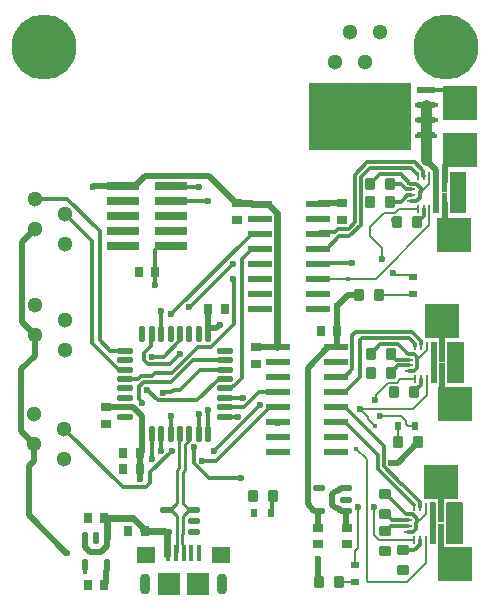
<source format=gtl>
G04*
G04 #@! TF.GenerationSoftware,Altium Limited,Altium Designer,21.9.2 (33)*
G04*
G04 Layer_Physical_Order=1*
G04 Layer_Color=255*
%FSLAX25Y25*%
%MOIN*%
G70*
G04*
G04 #@! TF.SameCoordinates,51F14C3D-0984-4349-87D4-3E8860FF880C*
G04*
G04*
G04 #@! TF.FilePolarity,Positive*
G04*
G01*
G75*
%ADD10C,0.00787*%
%ADD12C,0.02362*%
G04:AMPARAMS|DCode=16|XSize=77.56mil|YSize=23.23mil|CornerRadius=2.9mil|HoleSize=0mil|Usage=FLASHONLY|Rotation=0.000|XOffset=0mil|YOffset=0mil|HoleType=Round|Shape=RoundedRectangle|*
%AMROUNDEDRECTD16*
21,1,0.07756,0.01742,0,0,0.0*
21,1,0.07175,0.02323,0,0,0.0*
1,1,0.00581,0.03588,-0.00871*
1,1,0.00581,-0.03588,-0.00871*
1,1,0.00581,-0.03588,0.00871*
1,1,0.00581,0.03588,0.00871*
%
%ADD16ROUNDEDRECTD16*%
%ADD17O,0.02165X0.05709*%
%ADD18O,0.05709X0.02165*%
%ADD19R,0.11000X0.02900*%
%ADD20R,0.03150X0.02362*%
%ADD21R,0.02362X0.03150*%
G04:AMPARAMS|DCode=22|XSize=39.37mil|YSize=35.43mil|CornerRadius=4.43mil|HoleSize=0mil|Usage=FLASHONLY|Rotation=90.000|XOffset=0mil|YOffset=0mil|HoleType=Round|Shape=RoundedRectangle|*
%AMROUNDEDRECTD22*
21,1,0.03937,0.02657,0,0,90.0*
21,1,0.03051,0.03543,0,0,90.0*
1,1,0.00886,0.01329,0.01526*
1,1,0.00886,0.01329,-0.01526*
1,1,0.00886,-0.01329,-0.01526*
1,1,0.00886,-0.01329,0.01526*
%
%ADD22ROUNDEDRECTD22*%
%ADD23R,0.03150X0.03543*%
G04:AMPARAMS|DCode=24|XSize=39.37mil|YSize=35.43mil|CornerRadius=4.43mil|HoleSize=0mil|Usage=FLASHONLY|Rotation=180.000|XOffset=0mil|YOffset=0mil|HoleType=Round|Shape=RoundedRectangle|*
%AMROUNDEDRECTD24*
21,1,0.03937,0.02657,0,0,180.0*
21,1,0.03051,0.03543,0,0,180.0*
1,1,0.00886,-0.01526,0.01329*
1,1,0.00886,0.01526,0.01329*
1,1,0.00886,0.01526,-0.01329*
1,1,0.00886,-0.01526,-0.01329*
%
%ADD24ROUNDEDRECTD24*%
G04:AMPARAMS|DCode=25|XSize=23.62mil|YSize=9.84mil|CornerRadius=1.97mil|HoleSize=0mil|Usage=FLASHONLY|Rotation=90.000|XOffset=0mil|YOffset=0mil|HoleType=Round|Shape=RoundedRectangle|*
%AMROUNDEDRECTD25*
21,1,0.02362,0.00591,0,0,90.0*
21,1,0.01968,0.00984,0,0,90.0*
1,1,0.00394,0.00295,0.00984*
1,1,0.00394,0.00295,-0.00984*
1,1,0.00394,-0.00295,-0.00984*
1,1,0.00394,-0.00295,0.00984*
%
%ADD25ROUNDEDRECTD25*%
G04:AMPARAMS|DCode=26|XSize=23.62mil|YSize=9.84mil|CornerRadius=1.97mil|HoleSize=0mil|Usage=FLASHONLY|Rotation=180.000|XOffset=0mil|YOffset=0mil|HoleType=Round|Shape=RoundedRectangle|*
%AMROUNDEDRECTD26*
21,1,0.02362,0.00591,0,0,180.0*
21,1,0.01968,0.00984,0,0,180.0*
1,1,0.00394,-0.00984,0.00295*
1,1,0.00394,0.00984,0.00295*
1,1,0.00394,0.00984,-0.00295*
1,1,0.00394,-0.00984,-0.00295*
%
%ADD26ROUNDEDRECTD26*%
%ADD27R,0.03543X0.03150*%
%ADD28R,0.11811X0.11811*%
%ADD29R,0.11811X0.11811*%
%ADD30R,0.06378X0.02362*%
G04:AMPARAMS|DCode=31|XSize=39.37mil|YSize=19.68mil|CornerRadius=2.46mil|HoleSize=0mil|Usage=FLASHONLY|Rotation=180.000|XOffset=0mil|YOffset=0mil|HoleType=Round|Shape=RoundedRectangle|*
%AMROUNDEDRECTD31*
21,1,0.03937,0.01476,0,0,180.0*
21,1,0.03445,0.01968,0,0,180.0*
1,1,0.00492,-0.01722,0.00738*
1,1,0.00492,0.01722,0.00738*
1,1,0.00492,0.01722,-0.00738*
1,1,0.00492,-0.01722,-0.00738*
%
%ADD31ROUNDEDRECTD31*%
G04:AMPARAMS|DCode=32|XSize=39.37mil|YSize=19.68mil|CornerRadius=2.46mil|HoleSize=0mil|Usage=FLASHONLY|Rotation=270.000|XOffset=0mil|YOffset=0mil|HoleType=Round|Shape=RoundedRectangle|*
%AMROUNDEDRECTD32*
21,1,0.03937,0.01476,0,0,270.0*
21,1,0.03445,0.01968,0,0,270.0*
1,1,0.00492,-0.00738,-0.01722*
1,1,0.00492,-0.00738,0.01722*
1,1,0.00492,0.00738,0.01722*
1,1,0.00492,0.00738,-0.01722*
%
%ADD32ROUNDEDRECTD32*%
%ADD33R,0.07480X0.07480*%
%ADD34R,0.06299X0.05512*%
%ADD35R,0.01575X0.05315*%
%ADD60R,0.00984X0.02362*%
%ADD61R,0.18032X0.18898*%
%ADD62C,0.01181*%
%ADD63C,0.03543*%
%ADD64C,0.01968*%
%ADD65C,0.01024*%
%ADD66C,0.05118*%
%ADD67O,0.03543X0.07087*%
%ADD68C,0.01772*%
%ADD69C,0.02362*%
%ADD70C,0.21654*%
G36*
X134252Y150787D02*
X100000D01*
Y173228D01*
X134252D01*
Y150787D01*
D02*
G37*
G36*
X152362Y143504D02*
X152401Y143504D01*
X152474Y143474D01*
X152529Y143419D01*
X152559Y143346D01*
X152559Y143307D01*
X152559Y143307D01*
X152559Y129921D01*
Y129882D01*
X152529Y129810D01*
X152474Y129754D01*
X152401Y129724D01*
X152362Y129724D01*
Y129724D01*
X147244Y129724D01*
X147205D01*
X147133Y129754D01*
X147077Y129810D01*
X147047Y129882D01*
X147047Y129921D01*
X147047Y129921D01*
X147047Y143307D01*
X147047Y143346D01*
X147077Y143419D01*
X147133Y143474D01*
X147205Y143504D01*
X147244Y143504D01*
X147244Y143504D01*
X152362Y143504D01*
D02*
G37*
G36*
X143307Y143504D02*
X143346Y143504D01*
X143419Y143474D01*
X143474Y143419D01*
X143504Y143346D01*
X143504Y143307D01*
X143504Y143307D01*
X143504Y129921D01*
X143504Y129882D01*
X143474Y129810D01*
X143419Y129754D01*
X143346Y129724D01*
X143307Y129724D01*
X143307Y129724D01*
X141693D01*
X141621Y129754D01*
X141565Y129810D01*
X141535Y129882D01*
X141535Y129921D01*
X141535Y129921D01*
X141535Y143307D01*
X141535Y143346D01*
X141565Y143419D01*
X141621Y143474D01*
X141693Y143504D01*
X141732Y143504D01*
X141732Y143504D01*
X143307Y143504D01*
D02*
G37*
G36*
X146065Y143502D02*
X146104D01*
X146175Y143472D01*
X146230Y143417D01*
X146260Y143346D01*
Y143307D01*
X146260Y137102D01*
X146260Y137064D01*
X146230Y136992D01*
X146175Y136937D01*
X146104Y136907D01*
X146065Y136907D01*
X144448D01*
X144376Y136937D01*
X144321Y136992D01*
X144291Y137064D01*
X144291Y137102D01*
X144291Y137102D01*
X144291Y143307D01*
Y143346D01*
X144321Y143418D01*
X144376Y143472D01*
X144448Y143502D01*
X144486Y143502D01*
X144486Y143502D01*
X146065Y143502D01*
D02*
G37*
G36*
X146061Y136321D02*
X146101D01*
X146174Y136291D01*
X146230Y136235D01*
X146260Y136162D01*
X146260Y136122D01*
X146260Y136122D01*
X146260Y129921D01*
X146260Y129883D01*
X146230Y129811D01*
X146175Y129756D01*
X146104Y129726D01*
X146065Y129726D01*
X146065Y129726D01*
X144448D01*
X144376Y129756D01*
X144321Y129811D01*
X144292Y129882D01*
X144292Y129921D01*
X144292Y129921D01*
X144292Y136122D01*
X144292Y136162D01*
X144322Y136235D01*
X144378Y136291D01*
X144451Y136321D01*
X144490Y136321D01*
X144490Y136321D01*
X146061Y136321D01*
D02*
G37*
G36*
X151575Y86811D02*
X151614Y86811D01*
X151686Y86781D01*
X151742Y86726D01*
X151772Y86653D01*
X151772Y86614D01*
X151772Y86614D01*
X151772Y73228D01*
Y73189D01*
X151742Y73117D01*
X151686Y73062D01*
X151614Y73032D01*
X151575Y73032D01*
Y73032D01*
X146457Y73032D01*
X146417D01*
X146345Y73062D01*
X146290Y73117D01*
X146260Y73189D01*
X146260Y73228D01*
X146260Y73228D01*
X146260Y86614D01*
X146260Y86653D01*
X146290Y86726D01*
X146345Y86781D01*
X146418Y86811D01*
X146457Y86811D01*
X146457Y86811D01*
X151575Y86811D01*
D02*
G37*
G36*
X142520Y86811D02*
X142559Y86811D01*
X142631Y86781D01*
X142687Y86726D01*
X142717Y86653D01*
X142717Y86614D01*
X142717Y86614D01*
X142717Y73228D01*
X142717Y73189D01*
X142687Y73117D01*
X142631Y73062D01*
X142559Y73032D01*
X142520Y73032D01*
X142520Y73032D01*
X140906D01*
X140833Y73062D01*
X140778Y73117D01*
X140748Y73189D01*
X140748Y73228D01*
X140748Y73228D01*
X140748Y86614D01*
X140748Y86653D01*
X140778Y86726D01*
X140833Y86781D01*
X140906Y86811D01*
X140945Y86811D01*
X140945Y86811D01*
X142520Y86811D01*
D02*
G37*
G36*
X145278Y86809D02*
X145316D01*
X145388Y86779D01*
X145443Y86725D01*
X145473Y86653D01*
Y86614D01*
X145472Y80409D01*
X145473Y80371D01*
X145443Y80299D01*
X145388Y80244D01*
X145316Y80215D01*
X145278Y80215D01*
X143660D01*
X143588Y80244D01*
X143534Y80299D01*
X143504Y80371D01*
X143504Y80409D01*
X143504Y80409D01*
X143504Y86614D01*
Y86653D01*
X143534Y86725D01*
X143588Y86779D01*
X143660Y86809D01*
X143699Y86809D01*
X143699Y86809D01*
X145278Y86809D01*
D02*
G37*
G36*
X145274Y79628D02*
X145313D01*
X145386Y79598D01*
X145442Y79542D01*
X145473Y79469D01*
X145472Y79429D01*
X145473Y79429D01*
X145472Y73228D01*
X145473Y73190D01*
X145443Y73118D01*
X145388Y73063D01*
X145316Y73033D01*
X145278Y73033D01*
X145278Y73033D01*
X143660D01*
X143589Y73063D01*
X143534Y73118D01*
X143504Y73189D01*
X143504Y73228D01*
X143504Y73228D01*
X143504Y79429D01*
X143504Y79469D01*
X143534Y79542D01*
X143590Y79598D01*
X143663Y79628D01*
X143703Y79628D01*
X143703Y79628D01*
X145274Y79628D01*
D02*
G37*
G36*
X151181Y33268D02*
X151220Y33268D01*
X151293Y33238D01*
X151348Y33182D01*
X151378Y33110D01*
X151378Y33071D01*
X151378Y33071D01*
X151378Y19685D01*
Y19646D01*
X151348Y19573D01*
X151293Y19518D01*
X151220Y19488D01*
X151181Y19488D01*
Y19488D01*
X146063Y19488D01*
X146024D01*
X145951Y19518D01*
X145896Y19573D01*
X145866Y19646D01*
X145866Y19685D01*
X145866Y19685D01*
X145866Y33071D01*
X145866Y33110D01*
X145896Y33182D01*
X145951Y33238D01*
X146024Y33268D01*
X146063Y33268D01*
X146063Y33268D01*
X151181Y33268D01*
D02*
G37*
G36*
X142126Y33268D02*
X142165Y33268D01*
X142237Y33238D01*
X142293Y33182D01*
X142323Y33110D01*
X142323Y33071D01*
X142323Y33071D01*
X142323Y19685D01*
X142323Y19646D01*
X142293Y19573D01*
X142237Y19518D01*
X142165Y19488D01*
X142126Y19488D01*
X142126Y19488D01*
X140512D01*
X140440Y19518D01*
X140384Y19573D01*
X140354Y19646D01*
X140354Y19685D01*
X140354Y19685D01*
X140354Y33071D01*
X140354Y33110D01*
X140384Y33182D01*
X140440Y33238D01*
X140512Y33268D01*
X140551Y33268D01*
X140551Y33268D01*
X142126Y33268D01*
D02*
G37*
G36*
X144884Y33266D02*
X144923D01*
X144994Y33236D01*
X145049Y33181D01*
X145079Y33110D01*
Y33071D01*
X145079Y26866D01*
X145079Y26827D01*
X145049Y26756D01*
X144994Y26701D01*
X144923Y26671D01*
X144884Y26671D01*
X143266D01*
X143195Y26701D01*
X143140Y26756D01*
X143110Y26827D01*
X143110Y26866D01*
X143110Y26866D01*
X143110Y33071D01*
Y33110D01*
X143140Y33181D01*
X143195Y33236D01*
X143266Y33266D01*
X143305Y33266D01*
X143305Y33266D01*
X144884Y33266D01*
D02*
G37*
G36*
X144880Y26085D02*
X144920D01*
X144993Y26054D01*
X145048Y25998D01*
X145079Y25925D01*
X145079Y25886D01*
X145079Y25886D01*
X145079Y19685D01*
X145079Y19646D01*
X145049Y19575D01*
X144994Y19520D01*
X144923Y19490D01*
X144884Y19490D01*
X144884Y19490D01*
X143266D01*
X143195Y19520D01*
X143140Y19575D01*
X143111Y19646D01*
X143111Y19685D01*
X143111Y19685D01*
X143111Y25886D01*
X143111Y25925D01*
X143141Y25998D01*
X143197Y26054D01*
X143270Y26085D01*
X143309Y26085D01*
X143309Y26085D01*
X144880Y26085D01*
D02*
G37*
D10*
X122047Y67323D02*
X122349Y67624D01*
X130545Y74410D02*
X135531D01*
X129364Y73228D02*
X130545Y74410D01*
X126542Y73228D02*
X129364D01*
X122349Y69035D02*
X126542Y73228D01*
X122349Y67624D02*
Y69035D01*
X132331Y59500D02*
Y60579D01*
X130706Y62205D02*
X132331Y60579D01*
X133169Y58661D02*
X135531D01*
X132331Y59500D02*
X133169Y58661D01*
X123622Y62205D02*
X130706D01*
X134875Y64567D02*
X139469Y69160D01*
X116929Y64567D02*
X134875D01*
X129724Y58563D02*
X129823Y58661D01*
X129724Y53543D02*
Y58563D01*
X129954Y131102D02*
X136319D01*
X128773Y129921D02*
X129954Y131102D01*
X125197Y129921D02*
X128773D01*
X120405Y122064D02*
Y125129D01*
X125197Y129921D01*
X121653Y22408D02*
Y31890D01*
Y22408D02*
X123392Y20669D01*
X135039D01*
X135138Y20768D01*
Y20866D01*
X132710Y6693D02*
X139075Y13058D01*
Y20866D01*
X119291Y7154D02*
Y47638D01*
X115748Y51181D02*
X119291Y47638D01*
Y7154D02*
X119753Y6693D01*
X116535Y18212D02*
Y31890D01*
X115354Y17030D02*
X116535Y18212D01*
X115354Y12303D02*
Y17030D01*
X110039Y6693D02*
X115256D01*
X115354Y6594D01*
X134350Y102362D02*
X134646Y102657D01*
X123425Y102362D02*
X134350D01*
X127953Y109843D02*
X128379D01*
X129068Y109153D02*
X133858D01*
X128379Y109843D02*
X129068Y109153D01*
X133858D02*
X134646Y108366D01*
X122474Y107874D02*
X140256Y125656D01*
X112992Y107874D02*
X122474D01*
X140256Y125656D02*
Y131102D01*
X124409Y114567D02*
Y118059D01*
X120405Y122064D02*
X124409Y118059D01*
X112980Y107886D02*
X112992Y107874D01*
X103228Y107898D02*
X103240Y107886D01*
X112980D01*
X119651Y61057D02*
X122047Y58661D01*
X116929Y64567D02*
X119651Y61845D01*
Y61057D02*
Y61845D01*
X119753Y6693D02*
X132710D01*
X139469Y69160D02*
Y74410D01*
X137520Y136732D02*
X140256Y139469D01*
X137100Y137152D02*
Y137152D01*
Y137152D02*
X137520Y136732D01*
X140256Y139469D02*
Y142126D01*
X136769Y27512D02*
X137163D01*
X136186Y26929D02*
X136769Y27512D01*
X137163D02*
X139075Y29423D01*
Y31890D01*
X135920Y26929D02*
X136186D01*
X137305Y82078D02*
X137373D01*
X136579Y81352D02*
X137305Y82078D01*
X136313Y81352D02*
X136579D01*
X137373Y82078D02*
X139370Y84075D01*
Y85335D01*
X139469Y85433D01*
D12*
X44882Y24016D02*
X45276Y23622D01*
X44882Y24016D02*
Y24634D01*
X41563Y27953D02*
X44882Y24634D01*
X31890Y27953D02*
X41563D01*
X52756Y15748D02*
Y22658D01*
X51791Y23622D02*
X52756Y22658D01*
X45276Y23622D02*
X51791D01*
X31890Y27756D02*
Y27953D01*
Y27756D02*
X32834Y26812D01*
X89587Y85059D02*
Y129728D01*
X86417Y132898D02*
X89587Y129728D01*
X83740Y132898D02*
X86417D01*
X103258Y30472D02*
X103297Y30512D01*
X80890Y133071D02*
X81063Y132898D01*
X75984Y133071D02*
X80890D01*
X81063Y132898D02*
X83740D01*
X32834Y21479D02*
Y26812D01*
D16*
X103228Y132898D02*
D03*
Y127898D02*
D03*
Y122898D02*
D03*
Y117898D02*
D03*
Y112898D02*
D03*
Y107898D02*
D03*
Y102898D02*
D03*
Y97898D02*
D03*
X83740D02*
D03*
Y102898D02*
D03*
Y107898D02*
D03*
Y112898D02*
D03*
Y117898D02*
D03*
Y122898D02*
D03*
Y127898D02*
D03*
Y132898D02*
D03*
X109252Y85039D02*
D03*
Y80039D02*
D03*
Y75039D02*
D03*
Y70039D02*
D03*
Y65039D02*
D03*
Y60039D02*
D03*
Y55039D02*
D03*
Y50039D02*
D03*
X89764D02*
D03*
Y55039D02*
D03*
Y60039D02*
D03*
Y65039D02*
D03*
Y70039D02*
D03*
Y75039D02*
D03*
Y80039D02*
D03*
Y85039D02*
D03*
D17*
X66535Y89468D02*
D03*
X63386D02*
D03*
X60236D02*
D03*
X57087D02*
D03*
X53937D02*
D03*
X50787D02*
D03*
X47638D02*
D03*
X44488D02*
D03*
Y56201D02*
D03*
X47638D02*
D03*
X50787D02*
D03*
X53937D02*
D03*
X57087D02*
D03*
X60236D02*
D03*
X63386D02*
D03*
X66535D02*
D03*
D18*
X38878Y83858D02*
D03*
Y80709D02*
D03*
Y77559D02*
D03*
Y74410D02*
D03*
Y71260D02*
D03*
Y68110D02*
D03*
Y64961D02*
D03*
Y61811D02*
D03*
X72146D02*
D03*
Y64961D02*
D03*
Y68110D02*
D03*
Y71260D02*
D03*
Y74410D02*
D03*
Y77559D02*
D03*
Y80709D02*
D03*
Y83858D02*
D03*
D19*
X54063Y118740D02*
D03*
X38063D02*
D03*
X54063Y123740D02*
D03*
X38063D02*
D03*
X54063Y128740D02*
D03*
X38063D02*
D03*
X54063Y133740D02*
D03*
X38063D02*
D03*
X54063Y138740D02*
D03*
X38063D02*
D03*
D20*
X115354Y12303D02*
D03*
Y6594D02*
D03*
X134646Y108366D02*
D03*
Y102657D02*
D03*
D21*
X135531Y58661D02*
D03*
X129823D02*
D03*
X87500Y29921D02*
D03*
X81791D02*
D03*
D22*
X129724Y53543D02*
D03*
X136417D02*
D03*
X110039Y6693D02*
D03*
X103347D02*
D03*
X123425Y102362D02*
D03*
X116732D02*
D03*
X87992Y35433D02*
D03*
X81299D02*
D03*
X136221Y126772D02*
D03*
X129528D02*
D03*
X127165Y139370D02*
D03*
X120472D02*
D03*
X127165Y133465D02*
D03*
X120472D02*
D03*
X135236Y70079D02*
D03*
X128543D02*
D03*
X127362Y82677D02*
D03*
X120669D02*
D03*
Y76378D02*
D03*
X127362D02*
D03*
D23*
X72047Y97638D02*
D03*
X66535D02*
D03*
X43701Y44488D02*
D03*
X38189D02*
D03*
X45276Y23622D02*
D03*
X39764D02*
D03*
X48819Y110236D02*
D03*
X43307D02*
D03*
X31890Y5906D02*
D03*
X26378D02*
D03*
X31890Y27953D02*
D03*
X26378D02*
D03*
X109449Y90551D02*
D03*
X103937D02*
D03*
X43701Y49606D02*
D03*
X38189D02*
D03*
D24*
X125591Y23622D02*
D03*
Y16929D02*
D03*
Y36024D02*
D03*
Y29331D02*
D03*
X131496Y17323D02*
D03*
Y10630D02*
D03*
D25*
X140256Y142126D02*
D03*
X138287D02*
D03*
X136319D02*
D03*
Y131102D02*
D03*
X140256D02*
D03*
X138287D02*
D03*
X139469Y85433D02*
D03*
X137500D02*
D03*
X135531D02*
D03*
Y74410D02*
D03*
X139469D02*
D03*
X137500D02*
D03*
X139075Y31890D02*
D03*
X137106D02*
D03*
X135138D02*
D03*
Y20866D02*
D03*
X139075D02*
D03*
X137106D02*
D03*
D26*
X134252Y139567D02*
D03*
Y135630D02*
D03*
Y137598D02*
D03*
Y133661D02*
D03*
X133465Y82874D02*
D03*
Y78937D02*
D03*
Y80905D02*
D03*
Y76968D02*
D03*
X133071Y29331D02*
D03*
Y25394D02*
D03*
Y27362D02*
D03*
Y23425D02*
D03*
D27*
X75984Y133071D02*
D03*
Y127559D02*
D03*
X112598Y24803D02*
D03*
Y19291D02*
D03*
X103150Y24803D02*
D03*
Y19291D02*
D03*
X82284Y85039D02*
D03*
Y79528D02*
D03*
X32283Y64961D02*
D03*
Y59449D02*
D03*
X111024Y133071D02*
D03*
Y127559D02*
D03*
D28*
X148819Y12598D02*
D03*
Y66142D02*
D03*
X150394Y150787D02*
D03*
X144488Y93701D02*
D03*
X148425Y122441D02*
D03*
X144095Y40157D02*
D03*
D29*
X105905Y163386D02*
D03*
X150394Y166535D02*
D03*
D30*
X139173Y160886D02*
D03*
Y165886D02*
D03*
Y155886D02*
D03*
Y170886D02*
D03*
D31*
X103366Y37992D02*
D03*
Y30512D02*
D03*
X112382Y37992D02*
D03*
Y34252D02*
D03*
Y30512D02*
D03*
X52579Y30906D02*
D03*
Y23425D02*
D03*
X61594Y30906D02*
D03*
Y27165D02*
D03*
Y23425D02*
D03*
D32*
X25393Y12424D02*
D03*
X32873D02*
D03*
X25393Y21440D02*
D03*
X29133D02*
D03*
X32873D02*
D03*
D33*
X62992Y6004D02*
D03*
X53543D02*
D03*
D34*
X70866Y15650D02*
D03*
X45669D02*
D03*
D35*
X63386Y16535D02*
D03*
X60827D02*
D03*
X58268D02*
D03*
X55709D02*
D03*
X53150D02*
D03*
D60*
X148031Y136614D02*
D03*
X145276Y140205D02*
D03*
Y133024D02*
D03*
X142520Y136614D02*
D03*
X147244Y79921D02*
D03*
X144488Y83512D02*
D03*
Y76331D02*
D03*
X141732Y79921D02*
D03*
X146850Y26378D02*
D03*
X144095Y29969D02*
D03*
Y22787D02*
D03*
X141339Y26378D02*
D03*
D61*
X124567Y163386D02*
D03*
D62*
X133760Y139567D02*
X134252D01*
X135790D01*
X137289Y136727D02*
Y138068D01*
X135790Y139567D02*
X137289Y138068D01*
X120472Y139370D02*
Y139567D01*
X123622Y142717D01*
X130610D01*
X133760Y139567D01*
X119543Y146653D02*
X135298D01*
X120358Y144685D02*
X134252D01*
X138189Y142224D02*
Y143763D01*
X117323Y141650D02*
X120358Y144685D01*
X115354Y142465D02*
X119543Y146653D01*
X134252Y144685D02*
X136221Y142717D01*
X138189Y142224D02*
X138287Y142126D01*
X135298Y146653D02*
X138189Y143763D01*
X130709Y139370D02*
X132480Y137598D01*
X127165Y139370D02*
X130709D01*
X132480Y137598D02*
X134252D01*
X123819Y86024D02*
X129823D01*
X120669Y82677D02*
Y82874D01*
X132972D02*
X133465D01*
X129823Y86024D02*
X132972Y82874D01*
X120669D02*
X123819Y86024D01*
X133071Y29331D02*
X133071Y29331D01*
X132973Y29429D02*
X133071Y29331D01*
X132382Y29429D02*
X132973D01*
X125591Y36024D02*
X125787D01*
X132382Y29429D01*
X123031Y44488D02*
X135039Y32480D01*
X136811Y33681D02*
Y33723D01*
X130837Y39560D02*
X130974D01*
X136811Y33723D01*
X111969Y60039D02*
X123031Y48976D01*
X111969Y65039D02*
X125000Y52008D01*
Y45397D02*
X130837Y39560D01*
X123031Y44488D02*
Y48976D01*
X125000Y45397D02*
Y52008D01*
X117323Y125779D02*
Y141650D01*
X134252Y137598D02*
X134252Y137598D01*
X137008Y19230D02*
Y20768D01*
X135101Y17323D02*
X137008Y19230D01*
X131496Y17323D02*
X135101D01*
X87500Y29921D02*
X87746Y30167D01*
Y35187D02*
X87992Y35433D01*
X87746Y30167D02*
Y35187D01*
X66853Y41339D02*
X77559D01*
X61735Y46457D02*
X66853Y41339D01*
X61735Y46457D02*
Y51772D01*
X64567Y47244D02*
X69252D01*
X87047Y65039D01*
X68504Y50394D02*
X83896Y65786D01*
X46578Y79331D02*
X53664D01*
X45079Y80830D02*
X46578Y79331D01*
X45079Y80830D02*
Y82950D01*
X47449Y85321D01*
X53664Y79331D02*
X57049Y82715D01*
X47449Y89280D02*
X47638Y89468D01*
X47449Y85321D02*
Y89280D01*
X53937Y56201D02*
Y62205D01*
X53937Y62205D02*
X53937Y62205D01*
X60236Y98425D02*
X60433D01*
X74606Y112598D01*
X47244Y43307D02*
X54369Y50432D01*
X50769Y50450D02*
Y56182D01*
X50787Y56201D01*
X50749Y50432D02*
X50769Y50450D01*
X77695Y74707D02*
Y114569D01*
X74936Y71949D02*
X77695Y74707D01*
Y114569D02*
X81024Y117898D01*
X67555Y85236D02*
X75000Y92682D01*
X63189Y85236D02*
X67555D01*
X75000Y92682D02*
Y99980D01*
X75000Y99980D02*
Y107677D01*
X74803Y107874D02*
X75000Y107677D01*
Y99980D02*
X75000Y99980D01*
X72165Y61830D02*
X76321D01*
X76340Y61849D01*
X72146Y61811D02*
X72165Y61830D01*
X114520Y112945D02*
X114567Y112992D01*
X103276Y112945D02*
X114520D01*
X103228Y112898D02*
X103276Y112945D01*
X18504Y57874D02*
X37992Y38386D01*
X45866D01*
X109988Y121941D02*
X113485D01*
X115354Y126595D02*
Y142465D01*
X113338Y124578D02*
X115354Y126595D01*
X109842Y124578D02*
X113338D01*
X113485Y121941D02*
X117323Y125779D01*
X108732Y123468D02*
X109842Y124578D01*
X105945Y117898D02*
X109988Y121941D01*
X103228Y122898D02*
X103799Y123468D01*
X108732D01*
X54063Y138740D02*
X54240Y138563D01*
X63209D02*
X63386Y138386D01*
X54240Y138563D02*
X63209D01*
X45866Y38386D02*
X47244Y39764D01*
X33858Y83858D02*
X38878D01*
X30315Y87402D02*
Y123678D01*
Y87402D02*
X33858Y83858D01*
X19465Y134528D02*
X30315Y123678D01*
X27869Y86466D02*
Y120556D01*
X18898Y129528D02*
X27869Y120556D01*
Y86466D02*
X36087Y78248D01*
X8898Y134528D02*
X19465D01*
X36087Y78248D02*
X36151D01*
X36840Y77559D01*
X38878D01*
X47807Y75394D02*
X48791Y76378D01*
X54163Y70070D02*
X54959Y70866D01*
X46063D02*
X49644Y67285D01*
X51642Y70070D02*
X54163D01*
X62919Y67285D02*
X69355Y73721D01*
X51416Y69844D02*
X51642Y70070D01*
X44488Y66535D02*
Y66855D01*
X43504Y67839D02*
X44488Y66855D01*
X43504Y71926D02*
X45003Y73425D01*
X54162D02*
X61445Y80709D01*
X44188Y75394D02*
X47807D01*
X54959Y70866D02*
X56970D01*
X49644Y67285D02*
X62919D01*
X43504Y67839D02*
Y71926D01*
X61445Y80709D02*
X72146D01*
X45003Y73425D02*
X54162D01*
X38878Y74410D02*
X43203D01*
X44188Y75394D01*
X48791Y76378D02*
X54331D01*
X63189Y85236D01*
X56970Y70866D02*
X63663Y77559D01*
X72146D01*
X70108Y74410D02*
X72146D01*
X69419Y73721D02*
X70108Y74410D01*
X69355Y73721D02*
X69419D01*
X56398Y86742D02*
X57087Y87431D01*
X56398Y86678D02*
Y86742D01*
X47638Y81890D02*
X51610D01*
X57087Y87431D02*
Y89468D01*
X51610Y81890D02*
X56398Y86678D01*
X48819Y105905D02*
X48819Y105905D01*
X48819Y110236D02*
X48819Y110236D01*
Y105905D02*
Y110236D01*
X50787Y97244D02*
X50787Y97244D01*
Y89468D02*
Y97244D01*
X53937Y96063D02*
X54189D01*
X81024Y122898D01*
X74606Y112598D02*
X74803D01*
X81024Y117898D02*
X83740D01*
X81024Y122898D02*
X83740D01*
X74873Y71949D02*
X74936D01*
X74184Y71260D02*
X74873Y71949D01*
X72146Y71260D02*
X74184D01*
X54122Y133799D02*
X66476D01*
X54063Y133740D02*
X54122Y133799D01*
X66476D02*
X66535Y133858D01*
X66535Y56201D02*
Y64173D01*
X66535Y64173D02*
X66535Y64173D01*
X63386Y56201D02*
Y62598D01*
X63386Y62598D02*
X63386Y62598D01*
X47244Y39764D02*
Y43307D01*
X72146Y68110D02*
X77953D01*
X72146Y64961D02*
X78422D01*
X83501Y70039D01*
X89764D01*
X47638Y47638D02*
Y56201D01*
X47638Y47638D02*
X47638Y47638D01*
X87047Y65039D02*
X89764D01*
X103228Y117898D02*
X105945D01*
X136987Y136879D02*
X137213D01*
X136987Y134859D02*
Y136879D01*
X135790Y133661D02*
X136987Y134859D01*
X50013Y118740D02*
X54063D01*
X48819Y110236D02*
Y117546D01*
X50013Y118740D01*
X136811Y33681D02*
X137106Y33386D01*
Y31890D02*
X137106Y31890D01*
X137106Y31890D02*
Y33386D01*
X109252Y65039D02*
X111969D01*
X109252Y60039D02*
X111969D01*
X137008Y20768D02*
X137106Y20866D01*
X136221Y126969D02*
X137402Y128150D01*
X138287Y128841D02*
Y131102D01*
X137595Y128150D02*
X138287Y128841D01*
X137402Y128150D02*
X137595D01*
X136221Y126772D02*
Y126969D01*
X132714Y135630D02*
X134252D01*
X131662Y134578D02*
X132714Y135630D01*
X131662Y134418D02*
Y134578D01*
X130709Y133465D02*
X131662Y134418D01*
X127165Y133465D02*
X130709D01*
X134252Y133661D02*
X135790D01*
X134252Y133661D02*
X134252Y133661D01*
X135630Y24446D02*
Y26257D01*
X136221Y26847D02*
Y27719D01*
X134609Y23425D02*
X135630Y24446D01*
Y26257D02*
X136221Y26847D01*
X109193Y79980D02*
X109252Y80039D01*
X133268Y88189D02*
X135531Y85925D01*
X117717Y88189D02*
X133268D01*
X137402Y87028D02*
X137500Y86929D01*
X115748Y90158D02*
X134314D01*
X137500Y86024D02*
Y86929D01*
X137402Y87028D02*
Y87070D01*
X134314Y90158D02*
X137402Y87070D01*
X135531Y85433D02*
Y85925D01*
X116929Y87402D02*
X117717Y88189D01*
X116929Y75000D02*
Y87402D01*
X109252Y70039D02*
X111969D01*
X116929Y75000D01*
X114567Y88976D02*
X115748Y90158D01*
X114567Y77638D02*
Y88976D01*
X111969Y75039D02*
X114567Y77638D01*
X109252Y75039D02*
X111969D01*
X135003Y76968D02*
X136221Y78186D01*
X136200Y81465D02*
X136313Y81352D01*
X135003Y82874D02*
X136200Y81677D01*
Y81465D02*
Y81677D01*
X136221Y81260D02*
X136313Y81352D01*
X136221Y78186D02*
Y81260D01*
X133465Y82874D02*
X135003D01*
X133465Y82874D02*
X133465Y82874D01*
X133465Y76968D02*
X135003D01*
X137402Y72441D02*
Y74311D01*
X135236Y70079D02*
Y70276D01*
X137402Y74311D02*
X137500Y74410D01*
X135236Y70276D02*
X137402Y72441D01*
X133071Y23425D02*
X133071Y23425D01*
X134609D01*
X133071Y29331D02*
X134609D01*
X136221Y27719D01*
X125787Y29331D02*
X127756Y27362D01*
X125591Y29331D02*
X125787D01*
X127756Y27362D02*
X133071D01*
X125787Y23622D02*
X127559Y25394D01*
X133071D01*
X125591Y23622D02*
X125787D01*
X127362Y82480D02*
X128937Y80905D01*
X133465D01*
X127362Y82480D02*
Y82677D01*
Y76575D02*
X129724Y78937D01*
X133465D02*
X133465Y78937D01*
X129724Y78937D02*
X133465D01*
X127362Y76378D02*
Y76575D01*
X139173Y170886D02*
X148839D01*
Y168917D02*
X150394Y170472D01*
X127362Y76378D02*
X127953Y76968D01*
D63*
X105905Y163386D02*
X124567D01*
X139173Y160886D02*
Y165886D01*
Y155886D02*
Y160886D01*
Y147272D02*
Y155886D01*
D64*
X107815Y35960D02*
X109020Y37165D01*
X110728Y37992D02*
X112382D01*
X109902Y37165D02*
X110728Y37992D01*
X107815Y32544D02*
Y35960D01*
X109902Y31339D02*
X110728Y30512D01*
X109020Y31339D02*
X109902D01*
X107815Y32544D02*
X109020Y31339D01*
Y37165D02*
X109902D01*
X110728Y30512D02*
X112382D01*
X127559Y46457D02*
X127634Y46532D01*
X129603D01*
X136417Y53347D01*
Y53543D01*
X103225Y6814D02*
Y14492D01*
X103150Y14567D02*
X103225Y14492D01*
Y6814D02*
X103347Y6693D01*
X112992Y102362D02*
X116732D01*
X109449Y98819D02*
X112992Y102362D01*
X99606Y32618D02*
X101713Y30512D01*
X99606Y78110D02*
X106535Y85039D01*
X99606Y32618D02*
Y78110D01*
X101713Y30512D02*
X103297D01*
X139173Y147272D02*
X142520Y143926D01*
Y140551D02*
Y143926D01*
X142520Y140551D02*
X142520Y140551D01*
X145276Y144339D02*
X145472Y144535D01*
Y145866D02*
X150394Y150787D01*
X145276Y140205D02*
Y144339D01*
X145472Y144535D02*
Y145866D01*
X109449Y90551D02*
Y98819D01*
Y85216D02*
Y90551D01*
X32716Y21361D02*
X32834Y21479D01*
X43701Y49432D02*
X44488Y50219D01*
X8868Y124557D02*
Y124617D01*
X4143Y57175D02*
Y77715D01*
X4301Y93278D02*
Y119931D01*
X4143Y77715D02*
X8632Y82203D01*
X4301Y93278D02*
X8602Y88976D01*
X4301Y119931D02*
X8897Y124528D01*
X6663Y29105D02*
Y45279D01*
X8474Y47090D02*
Y52844D01*
X8632Y82203D02*
Y88946D01*
X6663Y29105D02*
X19232Y16535D01*
X6663Y45279D02*
X8474Y47090D01*
X4143Y57175D02*
X8445Y52874D01*
X103297Y30512D02*
X103366D01*
X106535Y85039D02*
X109252D01*
X66535Y91187D02*
Y97638D01*
X82284Y85039D02*
X89370D01*
X66626Y91278D02*
X69231D01*
X70472Y92520D01*
X66535Y89468D02*
Y91187D01*
X66626Y91278D01*
X75787Y133071D02*
X75984D01*
X66896Y141962D02*
X75787Y133071D01*
X42113Y138740D02*
X45335Y141962D01*
X38063Y138740D02*
X42113D01*
X45335Y141962D02*
X66896D01*
X43701Y40945D02*
Y44488D01*
X43701Y44488D01*
X44488Y56201D02*
Y62009D01*
X41574Y64923D02*
X44488Y62009D01*
X38916Y64923D02*
X41574D01*
X38878Y64961D02*
X38916Y64923D01*
X28217Y138740D02*
X38063D01*
X28059Y138583D02*
X28217Y138740D01*
X27953Y138583D02*
X28059D01*
X103258Y24911D02*
Y30472D01*
X112490Y24911D02*
Y30404D01*
X112382Y30512D02*
X112490Y30404D01*
X32480Y10378D02*
X32873Y10771D01*
X32480Y6496D02*
Y10378D01*
X32873Y10771D02*
Y12424D01*
X31890Y5906D02*
X32480Y6496D01*
X145276Y125591D02*
Y133024D01*
Y125591D02*
X148425Y122441D01*
X103228Y132898D02*
X103315Y132984D01*
X110937D01*
X111024Y133071D01*
X66535Y97638D02*
X66535Y97638D01*
X109272Y85039D02*
X109449Y85216D01*
X109252Y85039D02*
X109272D01*
X32283Y64961D02*
X38878D01*
X32283Y64961D02*
X32283Y64961D01*
X44488Y50219D02*
Y56201D01*
X43701Y44488D02*
Y49432D01*
X27221Y16873D02*
X30842D01*
X25551Y18544D02*
Y21283D01*
X32716Y18747D02*
Y21361D01*
X25551Y18544D02*
X27221Y16873D01*
X30842D02*
X32716Y18747D01*
X25393Y21440D02*
X25551Y21283D01*
X144095Y12598D02*
Y22787D01*
X144488Y66142D02*
Y76331D01*
Y66142D02*
X144488Y66142D01*
X144488Y83512D02*
Y93701D01*
X144488Y93701D01*
X144095Y29969D02*
Y40157D01*
D65*
X56849Y44732D02*
Y52954D01*
X56878Y52983D01*
Y55992D01*
X57087Y56201D01*
X57992Y43314D02*
X58660Y43982D01*
Y52204D01*
X56181Y33073D02*
Y44064D01*
X58689Y52233D02*
Y52573D01*
X56181Y44064D02*
X56849Y44732D01*
X58689Y52573D02*
X60236Y54120D01*
X57992Y32953D02*
Y43314D01*
X58660Y52204D02*
X58689Y52233D01*
X57992Y22864D02*
Y28858D01*
X60039Y30906D01*
X60039D02*
X61594D01*
X57992Y32953D02*
X60039Y30906D01*
X54486Y31378D02*
X56181Y33073D01*
X54013Y30455D02*
Y30906D01*
Y30455D02*
X54035Y30433D01*
X54486D01*
X54013Y30906D02*
Y31356D01*
X56181Y23614D02*
Y28738D01*
X52579Y30906D02*
X54013D01*
X54486Y30433D02*
X56181Y28738D01*
X54035Y31378D02*
X54486D01*
X54013Y31356D02*
X54035Y31378D01*
X57992Y16811D02*
X58268Y16535D01*
X57992Y16811D02*
Y19182D01*
X57894Y22766D02*
X57992Y22864D01*
X57894Y19281D02*
X57992Y19182D01*
X57894Y19281D02*
Y22766D01*
X56083Y23516D02*
X56181Y23614D01*
X56083Y19281D02*
Y23516D01*
X55984Y19182D02*
X56083Y19281D01*
X55709Y16535D02*
X55984Y16811D01*
Y19182D01*
X60236Y54120D02*
Y56201D01*
D66*
X18898Y119528D02*
D03*
Y129528D02*
D03*
X8898Y124528D02*
D03*
Y134528D02*
D03*
X18661Y83976D02*
D03*
X8661Y98976D02*
D03*
X18661Y93976D02*
D03*
X8661Y88976D02*
D03*
X123779Y190157D02*
D03*
X118780Y180157D02*
D03*
X113779Y190157D02*
D03*
X108780Y180157D02*
D03*
X18504Y47874D02*
D03*
X8504Y62874D02*
D03*
X18504Y57874D02*
D03*
X8504Y52874D02*
D03*
D67*
X71260Y6004D02*
D03*
X45276D02*
D03*
D68*
X141339Y20866D02*
D03*
X142126Y155512D02*
D03*
X136221D02*
D03*
X142520Y165748D02*
D03*
X136221D02*
D03*
X142520Y160630D02*
D03*
X136221D02*
D03*
X139173Y155886D02*
D03*
Y160886D02*
D03*
Y165886D02*
D03*
X112382Y34252D02*
D03*
X103150Y19291D02*
D03*
X128085Y127525D02*
D03*
X72146Y83858D02*
D03*
X81299Y35433D02*
D03*
X122047Y58661D02*
D03*
X115748Y51181D02*
D03*
X112992Y107874D02*
D03*
X39665Y23622D02*
D03*
X131496Y10630D02*
D03*
X112598Y19291D02*
D03*
X125591Y16929D02*
D03*
X61417Y27165D02*
D03*
X63287Y16535D02*
D03*
X148031Y131102D02*
D03*
X112106Y127559D02*
D03*
X72047Y97638D02*
D03*
X83740Y97898D02*
D03*
X25393Y9941D02*
D03*
X45669Y15650D02*
D03*
X38878Y61811D02*
D03*
X26378Y27953D02*
D03*
Y5906D02*
D03*
X154331Y166535D02*
D03*
X146457D02*
D03*
Y162598D02*
D03*
X150394D02*
D03*
X154331D02*
D03*
Y170472D02*
D03*
X146457D02*
D03*
X150394Y170472D02*
D03*
Y166535D02*
D03*
X82284Y79528D02*
D03*
X103228Y127898D02*
D03*
X75984Y127559D02*
D03*
X89764Y80039D02*
D03*
X120472Y133465D02*
D03*
Y139370D02*
D03*
X83740Y127898D02*
D03*
X43307Y110236D02*
D03*
X38063Y133740D02*
D03*
Y128740D02*
D03*
Y118740D02*
D03*
X38878Y68110D02*
D03*
X38189Y44488D02*
D03*
Y49606D02*
D03*
X32283Y59449D02*
D03*
X29133Y21440D02*
D03*
X62992Y6004D02*
D03*
X53543D02*
D03*
X70866Y15650D02*
D03*
X89764Y50039D02*
D03*
X141401Y32272D02*
D03*
X146850Y26378D02*
D03*
X141339D02*
D03*
X125591Y36024D02*
D03*
X109252Y50039D02*
D03*
X103937Y90551D02*
D03*
X103228Y97898D02*
D03*
X109193Y79980D02*
D03*
X120669Y82677D02*
D03*
Y76378D02*
D03*
X128543Y70079D02*
D03*
X147244Y85827D02*
D03*
X146850Y20866D02*
D03*
X150394D02*
D03*
Y26378D02*
D03*
Y31890D02*
D03*
X146850D02*
D03*
X150787Y74410D02*
D03*
Y85827D02*
D03*
Y79921D02*
D03*
X147244D02*
D03*
Y74410D02*
D03*
X151181Y131102D02*
D03*
Y142126D02*
D03*
X148031D02*
D03*
X141732Y79921D02*
D03*
Y85039D02*
D03*
Y74803D02*
D03*
X142520Y140551D02*
D03*
Y136614D02*
D03*
Y132283D02*
D03*
X151181Y136614D02*
D03*
X148031D02*
D03*
D69*
X127559Y46457D02*
D03*
X122047Y67323D02*
D03*
X123622Y62205D02*
D03*
X121653Y31890D02*
D03*
X116535D02*
D03*
X103150Y24803D02*
D03*
Y14567D02*
D03*
X127953Y109843D02*
D03*
X124409Y114567D02*
D03*
X81791Y29921D02*
D03*
X77559Y41339D02*
D03*
X64567Y47244D02*
D03*
X68504Y50394D02*
D03*
X57049Y82715D02*
D03*
X53937Y62205D02*
D03*
X60236Y98425D02*
D03*
X61735Y51772D02*
D03*
X54369Y50432D02*
D03*
X50749D02*
D03*
X76340Y61849D02*
D03*
X116929Y64567D02*
D03*
X114567Y112992D02*
D03*
X109449Y98819D02*
D03*
X45276Y23622D02*
D03*
X112598Y24803D02*
D03*
X111024Y133071D02*
D03*
X89370Y85039D02*
D03*
X70472Y92520D02*
D03*
X63386Y138386D02*
D03*
X74803Y107874D02*
D03*
X19291Y16535D02*
D03*
X32677Y12598D02*
D03*
X43701Y40945D02*
D03*
X27953Y138583D02*
D03*
X44488Y66535D02*
D03*
X51416Y69844D02*
D03*
X46063Y70866D02*
D03*
X47638Y81890D02*
D03*
X48819Y105905D02*
D03*
X83465Y107874D02*
D03*
X50787Y97244D02*
D03*
X53937Y96063D02*
D03*
X83740Y112898D02*
D03*
X74803Y112598D02*
D03*
X66535Y133858D02*
D03*
Y64173D02*
D03*
X63386Y62598D02*
D03*
X77953Y68110D02*
D03*
X89764Y59842D02*
D03*
X83896Y65786D02*
D03*
X89764Y75039D02*
D03*
X47638Y47638D02*
D03*
D70*
X11811Y185039D02*
D03*
X145669D02*
D03*
M02*

</source>
